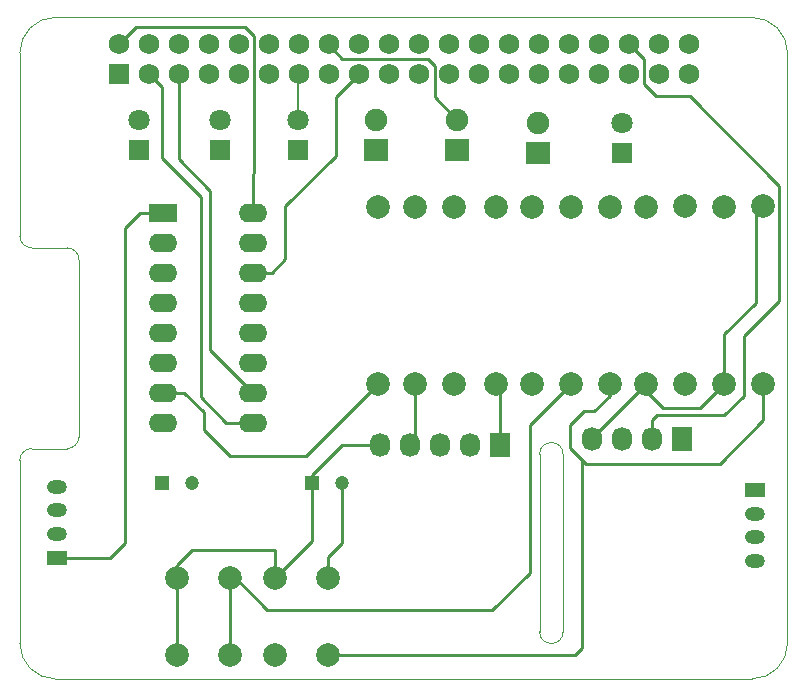
<source format=gbr>
G04 #@! TF.FileFunction,Copper,L2,Bot,Signal*
%FSLAX46Y46*%
G04 Gerber Fmt 4.6, Leading zero omitted, Abs format (unit mm)*
G04 Created by KiCad (PCBNEW 4.0.6) date Friday 09 June 2017 11:09:25*
%MOMM*%
%LPD*%
G01*
G04 APERTURE LIST*
%ADD10C,0.100000*%
%ADD11R,2.000000X1.900000*%
%ADD12C,1.900000*%
%ADD13R,1.727200X2.032000*%
%ADD14O,1.727200X2.032000*%
%ADD15C,1.727200*%
%ADD16R,1.727200X1.727200*%
%ADD17C,1.998980*%
%ADD18C,2.000000*%
%ADD19R,1.800000X1.800000*%
%ADD20C,1.800000*%
%ADD21R,2.400000X1.600000*%
%ADD22O,2.400000X1.600000*%
%ADD23R,1.700000X1.200000*%
%ADD24O,1.700000X1.200000*%
%ADD25R,1.200000X1.200000*%
%ADD26C,1.200000*%
%ADD27C,0.250000*%
%ADD28C,0.200000*%
G04 APERTURE END LIST*
D10*
X92925900Y-30911800D02*
X92925900Y-80924400D01*
X27940000Y-30962600D02*
X27940000Y-46456600D01*
X92940000Y-30932000D02*
G75*
G03X89940000Y-27932000I-3000000J0D01*
G01*
X30940000Y-27932000D02*
X89940000Y-27932000D01*
X30940000Y-27932000D02*
G75*
G03X27940000Y-30932000I0J-3000000D01*
G01*
X73940000Y-79932000D02*
G75*
G02X71940000Y-79932000I-1000000J0D01*
G01*
X73940000Y-64932000D02*
G75*
G03X71940000Y-64932000I-1000000J0D01*
G01*
X73940000Y-64932000D02*
X73940000Y-79932000D01*
X71940000Y-64932000D02*
X71940000Y-79932000D01*
X28940000Y-64432000D02*
G75*
G03X27940000Y-65432000I0J-1000000D01*
G01*
X31940000Y-64432000D02*
G75*
G03X32940000Y-63432000I0J1000000D01*
G01*
X32940000Y-48432000D02*
G75*
G03X31940000Y-47432000I-1000000J0D01*
G01*
X27940000Y-46432000D02*
G75*
G03X28940000Y-47432000I1000000J0D01*
G01*
X89940000Y-83932000D02*
G75*
G03X92940000Y-80932000I0J3000000D01*
G01*
X27940000Y-80932000D02*
G75*
G03X30940000Y-83932000I3000000J0D01*
G01*
X27940000Y-65432000D02*
X27940000Y-80932000D01*
X28940000Y-64432000D02*
X31940000Y-64432000D01*
X28940000Y-47432000D02*
X31940000Y-47432000D01*
X32940000Y-48432000D02*
X32940000Y-63432000D01*
X30940000Y-83932000D02*
X89940000Y-83932000D01*
D11*
X71818500Y-39370000D03*
D12*
X71818500Y-36830000D03*
D13*
X84010500Y-63627000D03*
D14*
X81470500Y-63627000D03*
X78930500Y-63627000D03*
X76390500Y-63627000D03*
D15*
X64250000Y-32702000D03*
X61710000Y-32702000D03*
X66790000Y-32702000D03*
X69330000Y-32702000D03*
X79490000Y-32702000D03*
X76950000Y-32702000D03*
X71870000Y-32702000D03*
X74410000Y-32702000D03*
X82030000Y-32702000D03*
X84570000Y-32702000D03*
X59170000Y-32702000D03*
X56630000Y-32702000D03*
X49010000Y-32702000D03*
X46470000Y-32702000D03*
X51550000Y-32702000D03*
X54090000Y-32702000D03*
X43930000Y-32702000D03*
X41390000Y-32702000D03*
D16*
X36310000Y-32702000D03*
D15*
X38850000Y-32702000D03*
X38850000Y-30162000D03*
X36310000Y-30162000D03*
X41390000Y-30162000D03*
X43930000Y-30162000D03*
X54090000Y-30162000D03*
X51550000Y-30162000D03*
X46470000Y-30162000D03*
X49010000Y-30162000D03*
X56630000Y-30162000D03*
X59170000Y-30162000D03*
X84570000Y-30162000D03*
X82030000Y-30162000D03*
X74410000Y-30162000D03*
X71870000Y-30162000D03*
X76950000Y-30162000D03*
X79490000Y-30162000D03*
X69330000Y-30162000D03*
X66790000Y-30162000D03*
X61710000Y-30162000D03*
X64250000Y-30162000D03*
D17*
X87566500Y-43942000D03*
X87566500Y-58942000D03*
X90868500Y-58928000D03*
X90868500Y-43928000D03*
X58229500Y-44005500D03*
X58229500Y-59005500D03*
X77914500Y-43942000D03*
X77914500Y-58942000D03*
D18*
X54030000Y-81915000D03*
X49530000Y-81915000D03*
X54030000Y-75415000D03*
X49530000Y-75415000D03*
X45775000Y-81915000D03*
X41275000Y-81915000D03*
X45775000Y-75415000D03*
X41275000Y-75415000D03*
D19*
X78930500Y-39370000D03*
D20*
X78930500Y-36830000D03*
D17*
X61404500Y-43942000D03*
X61404500Y-58942000D03*
D19*
X38036500Y-39116000D03*
D20*
X38036500Y-36576000D03*
D19*
X44894500Y-39116000D03*
D20*
X44894500Y-36576000D03*
D19*
X51498500Y-39116000D03*
D20*
X51498500Y-36576000D03*
D17*
X64706500Y-43942000D03*
X64706500Y-58942000D03*
X84264500Y-58928000D03*
X84264500Y-43928000D03*
X68262500Y-43942000D03*
X68262500Y-58942000D03*
D11*
X58102500Y-39116000D03*
D12*
X58102500Y-36576000D03*
D11*
X64960500Y-39116000D03*
D12*
X64960500Y-36576000D03*
D17*
X74612500Y-43942000D03*
X74612500Y-58942000D03*
X71310500Y-43942000D03*
X71310500Y-58942000D03*
X80962500Y-43942000D03*
X80962500Y-58942000D03*
D21*
X40068500Y-44450000D03*
D22*
X47688500Y-62230000D03*
X40068500Y-46990000D03*
X47688500Y-59690000D03*
X40068500Y-49530000D03*
X47688500Y-57150000D03*
X40068500Y-52070000D03*
X47688500Y-54610000D03*
X40068500Y-54610000D03*
X47688500Y-52070000D03*
X40068500Y-57150000D03*
X47688500Y-49530000D03*
X40068500Y-59690000D03*
X47688500Y-46990000D03*
X40068500Y-62230000D03*
X47688500Y-44450000D03*
D13*
X68580000Y-64135000D03*
D14*
X66040000Y-64135000D03*
X63500000Y-64135000D03*
X60960000Y-64135000D03*
X58420000Y-64135000D03*
D23*
X31115000Y-73660000D03*
D24*
X31115000Y-71660000D03*
X31115000Y-69660000D03*
X31115000Y-67660000D03*
D23*
X90170000Y-67945000D03*
D24*
X90170000Y-69945000D03*
X90170000Y-71945000D03*
X90170000Y-73945000D03*
D25*
X52705000Y-67310000D03*
D26*
X55205000Y-67310000D03*
D25*
X40005000Y-67310000D03*
D26*
X42505000Y-67310000D03*
D27*
X47688500Y-44450000D02*
X47688500Y-41148000D01*
X37770000Y-28702000D02*
X36310000Y-30162000D01*
X46990000Y-28702000D02*
X37770000Y-28702000D01*
X47752000Y-29464000D02*
X46990000Y-28702000D01*
X47752000Y-41084500D02*
X47752000Y-29464000D01*
X47688500Y-41148000D02*
X47752000Y-41084500D01*
X52705000Y-67310000D02*
X52705000Y-72240000D01*
X52705000Y-72240000D02*
X49530000Y-75415000D01*
X58420000Y-64135000D02*
X55245000Y-64135000D01*
X52705000Y-66675000D02*
X52705000Y-67310000D01*
X55245000Y-64135000D02*
X52705000Y-66675000D01*
X41275000Y-75415000D02*
X41275000Y-81915000D01*
X41275000Y-75415000D02*
X41275000Y-74295000D01*
X49530000Y-75415000D02*
X49530000Y-73025000D01*
X41275000Y-74295000D02*
X42545000Y-73025000D01*
X42545000Y-73025000D02*
X49530000Y-73025000D01*
X47688500Y-49530000D02*
X49276000Y-49530000D01*
X54673500Y-34658500D02*
X56630000Y-32702000D01*
X54673500Y-39624000D02*
X54673500Y-34658500D01*
X50419000Y-43878500D02*
X54673500Y-39624000D01*
X50419000Y-48387000D02*
X50419000Y-43878500D01*
X49276000Y-49530000D02*
X50419000Y-48387000D01*
X54090000Y-30162000D02*
X54090000Y-30277500D01*
X54090000Y-30277500D02*
X55245000Y-31432500D01*
X63055500Y-34671000D02*
X64960500Y-36576000D01*
X63055500Y-32004000D02*
X63055500Y-34671000D01*
X62484000Y-31432500D02*
X63055500Y-32004000D01*
X55245000Y-31432500D02*
X62484000Y-31432500D01*
X81470500Y-63627000D02*
X81470500Y-62039500D01*
X80772000Y-31444000D02*
X79490000Y-30162000D01*
X80772000Y-33591500D02*
X80772000Y-31444000D01*
X81788000Y-34607500D02*
X80772000Y-33591500D01*
X84645500Y-34607500D02*
X81788000Y-34607500D01*
X92202000Y-42164000D02*
X84645500Y-34607500D01*
X92202000Y-51943000D02*
X92202000Y-42164000D01*
X89217500Y-54927500D02*
X92202000Y-51943000D01*
X89217500Y-59944000D02*
X89217500Y-54927500D01*
X87566500Y-61595000D02*
X89217500Y-59944000D01*
X81915000Y-61595000D02*
X87566500Y-61595000D01*
X81470500Y-62039500D02*
X81915000Y-61595000D01*
X41390000Y-32702000D02*
X41390000Y-39929500D01*
X44069000Y-56070500D02*
X47688500Y-59690000D01*
X44069000Y-42608500D02*
X44069000Y-56070500D01*
X41390000Y-39929500D02*
X44069000Y-42608500D01*
X47688500Y-62230000D02*
X45402500Y-62230000D01*
X39941500Y-33793500D02*
X38850000Y-32702000D01*
X39941500Y-39814500D02*
X39941500Y-33793500D01*
X43243500Y-43116500D02*
X39941500Y-39814500D01*
X43243500Y-60071000D02*
X43243500Y-43116500D01*
X45402500Y-62230000D02*
X43243500Y-60071000D01*
D28*
X51498500Y-36576000D02*
X51498500Y-32753500D01*
X51498500Y-32753500D02*
X51550000Y-32702000D01*
D27*
X68580000Y-64135000D02*
X68580000Y-59259500D01*
X68580000Y-59259500D02*
X68262500Y-58942000D01*
X61404500Y-58942000D02*
X61404500Y-63690500D01*
X61404500Y-63690500D02*
X60960000Y-64135000D01*
X80962500Y-58942000D02*
X80962500Y-59563000D01*
X80962500Y-59563000D02*
X82359500Y-60960000D01*
X85548500Y-60960000D02*
X87566500Y-58942000D01*
X82359500Y-60960000D02*
X85548500Y-60960000D01*
X87566500Y-58942000D02*
X87566500Y-54737000D01*
X87566500Y-54737000D02*
X90233500Y-52070000D01*
X90233500Y-52070000D02*
X90233500Y-44563000D01*
X90233500Y-44563000D02*
X90868500Y-43928000D01*
X76390500Y-63627000D02*
X76390500Y-63514000D01*
X76390500Y-63514000D02*
X80962500Y-58942000D01*
X40068500Y-59690000D02*
X41846500Y-59690000D01*
X52147500Y-65087500D02*
X58293000Y-58942000D01*
X45720000Y-65087500D02*
X52147500Y-65087500D01*
X43497500Y-62865000D02*
X45720000Y-65087500D01*
X43497500Y-61341000D02*
X43497500Y-62865000D01*
X41846500Y-59690000D02*
X43497500Y-61341000D01*
X40068500Y-44450000D02*
X38100000Y-44450000D01*
X35560000Y-73660000D02*
X31115000Y-73660000D01*
X36830000Y-72390000D02*
X35560000Y-73660000D01*
X36830000Y-45720000D02*
X36830000Y-72390000D01*
X38100000Y-44450000D02*
X36830000Y-45720000D01*
X54030000Y-75415000D02*
X54030000Y-73605000D01*
X55205000Y-72430000D02*
X55205000Y-67310000D01*
X54030000Y-73605000D02*
X55205000Y-72430000D01*
X54030000Y-81915000D02*
X74930000Y-81915000D01*
X75565000Y-81280000D02*
X75565000Y-65405000D01*
X74930000Y-81915000D02*
X75565000Y-81280000D01*
X77914500Y-58942000D02*
X77914500Y-59944000D01*
X90868500Y-62039500D02*
X90868500Y-58928000D01*
X87185500Y-65722500D02*
X90868500Y-62039500D01*
X75882500Y-65722500D02*
X87185500Y-65722500D01*
X74549000Y-64389000D02*
X75565000Y-65405000D01*
X75565000Y-65405000D02*
X75882500Y-65722500D01*
X74549000Y-62420500D02*
X74549000Y-64389000D01*
X75692000Y-61277500D02*
X75628500Y-61341000D01*
X75628500Y-61341000D02*
X74549000Y-62420500D01*
X76581000Y-61277500D02*
X75692000Y-61277500D01*
X77914500Y-59944000D02*
X76581000Y-61277500D01*
X90868500Y-58928000D02*
X90868500Y-58420000D01*
X45775000Y-75415000D02*
X45775000Y-81915000D01*
X45775000Y-75415000D02*
X46205000Y-75415000D01*
X46205000Y-75415000D02*
X48895000Y-78105000D01*
X48895000Y-78105000D02*
X67945000Y-78105000D01*
X67945000Y-78105000D02*
X71120000Y-74930000D01*
X71120000Y-74930000D02*
X71120000Y-62434500D01*
X71120000Y-62434500D02*
X74612500Y-58942000D01*
M02*

</source>
